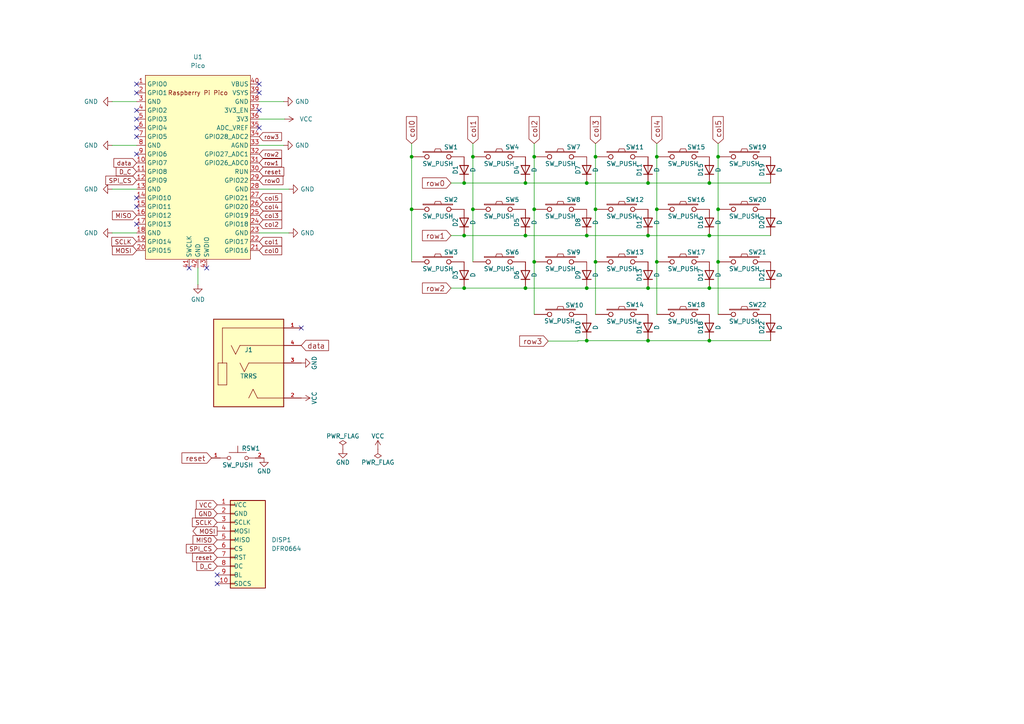
<source format=kicad_sch>
(kicad_sch (version 20250114) (generator "eeschema") (generator_version "9.0")
  (paper "A4")
  (title_block (title "Sandevistan43") (date "2025-06-10") (rev "0.2") (company "islathehut") (comment 1 "Left Side"))
  (lib_symbols
    (symbol "Device:D" (pin_numbers (hide yes)) (pin_names (offset 1.016) (hide yes))
      (property "Reference" "D" (at 0 2.54 0))
      (property "Value" "D" (at 0 -2.54 0))
      (symbol "D_0_1"
        (polyline (pts (xy -1.27 1.27) (xy -1.27 -1.27)) (stroke (width 0.254)))
        (polyline (pts (xy 1.27 1.27) (xy 1.27 -1.27) (xy -1.27 0) (xy 1.27 1.27)) (stroke (width 0.254)))
        (polyline (pts (xy 1.27 0) (xy -1.27 0)))
      )
      (symbol "D_1_1"
        (pin passive line (at -3.81 0 0) (length 2.54) (name "K") (number "1"))
        (pin passive line (at 3.81 0 180) (length 2.54) (name "A") (number "2"))
      )
    )
    (symbol "GND_1" (power) (pin_numbers (hide yes)) (pin_names (offset 0) (hide yes))
      (property "Value" "GND" (at 0 -3.81 0))
      (symbol "GND_1_0_1"
        (polyline (pts (xy 0 0) (xy 0 -1.27) (xy 1.27 -1.27) (xy 0 -2.54) (xy -1.27 -1.27) (xy 0 -1.27)))
      )
      (symbol "GND_1_1_1"
        (pin power_in line (at 0 0 270) (length 0) (name "~") (number "1"))
      )
    )
    (symbol "MCU_RaspberryPi_and_Boards:Pico"
      (property "Reference" "U" (at -13.97 27.94 0))
      (property "Value" "Pico" (at 0 19.05 0))
      (symbol "Pico_0_0"
        (text "Raspberry Pi Pico" (at 0 21.59 0) (effects (font (size 1.27 1.27))))
      )
      (symbol "Pico_0_1"
        (rectangle (start -15.24 26.67) (end 15.24 -26.67) (fill (type background)))
      )
      (symbol "Pico_1_1"
        (pin bidirectional line (at -17.78 24.13 0) (length 2.54) (name "GPIO0") (number "1"))
        (pin bidirectional line (at -17.78 21.59 0) (length 2.54) (name "GPIO1") (number "2"))
        (pin power_in line (at -17.78 19.05 0) (length 2.54) (name "GND") (number "3"))
        (pin bidirectional line (at -17.78 16.51 0) (length 2.54) (name "GPIO2") (number "4"))
        (pin bidirectional line (at -17.78 13.97 0) (length 2.54) (name "GPIO3") (number "5"))
        (pin bidirectional line (at -17.78 11.43 0) (length 2.54) (name "GPIO4") (number "6"))
        (pin bidirectional line (at -17.78 8.89 0) (length 2.54) (name "GPIO5") (number "7"))
        (pin power_in line (at -17.78 6.35 0) (length 2.54) (name "GND") (number "8"))
        (pin bidirectional line (at -17.78 3.81 0) (length 2.54) (name "GPIO6") (number "9"))
        (pin bidirectional line (at -17.78 1.27 0) (length 2.54) (name "GPIO7") (number "10"))
        (pin bidirectional line (at -17.78 -1.27 0) (length 2.54) (name "GPIO8") (number "11"))
        (pin bidirectional line (at -17.78 -3.81 0) (length 2.54) (name "GPIO9") (number "12"))
        (pin power_in line (at -17.78 -6.35 0) (length 2.54) (name "GND") (number "13"))
        (pin bidirectional line (at -17.78 -8.89 0) (length 2.54) (name "GPIO10") (number "14"))
        (pin bidirectional line (at -17.78 -11.43 0) (length 2.54) (name "GPIO11") (number "15"))
        (pin bidirectional line (at -17.78 -13.97 0) (length 2.54) (name "GPIO12") (number "16"))
        (pin bidirectional line (at -17.78 -16.51 0) (length 2.54) (name "GPIO13") (number "17"))
        (pin power_in line (at -17.78 -19.05 0) (length 2.54) (name "GND") (number "18"))
        (pin bidirectional line (at -17.78 -21.59 0) (length 2.54) (name "GPIO14") (number "19"))
        (pin bidirectional line (at -17.78 -24.13 0) (length 2.54) (name "GPIO15") (number "20"))
        (pin input line (at -2.54 -29.21 90) (length 2.54) (name "SWCLK") (number "41"))
        (pin power_in line (at 0 -29.21 90) (length 2.54) (name "GND") (number "42"))
        (pin bidirectional line (at 2.54 -29.21 90) (length 2.54) (name "SWDIO") (number "43"))
        (pin power_in line (at 17.78 24.13 180) (length 2.54) (name "VBUS") (number "40"))
        (pin power_in line (at 17.78 21.59 180) (length 2.54) (name "VSYS") (number "39"))
        (pin bidirectional line (at 17.78 19.05 180) (length 2.54) (name "GND") (number "38"))
        (pin input line (at 17.78 16.51 180) (length 2.54) (name "3V3_EN") (number "37"))
        (pin power_in line (at 17.78 13.97 180) (length 2.54) (name "3V3") (number "36"))
        (pin power_in line (at 17.78 11.43 180) (length 2.54) (name "ADC_VREF") (number "35"))
        (pin bidirectional line (at 17.78 8.89 180) (length 2.54) (name "GPIO28_ADC2") (number "34"))
        (pin power_in line (at 17.78 6.35 180) (length 2.54) (name "AGND") (number "33"))
        (pin bidirectional line (at 17.78 3.81 180) (length 2.54) (name "GPIO27_ADC1") (number "32"))
        (pin bidirectional line (at 17.78 1.27 180) (length 2.54) (name "GPIO26_ADC0") (number "31"))
        (pin input line (at 17.78 -1.27 180) (length 2.54) (name "RUN") (number "30"))
        (pin bidirectional line (at 17.78 -3.81 180) (length 2.54) (name "GPIO22") (number "29"))
        (pin power_in line (at 17.78 -6.35 180) (length 2.54) (name "GND") (number "28"))
        (pin bidirectional line (at 17.78 -8.89 180) (length 2.54) (name "GPIO21") (number "27"))
        (pin bidirectional line (at 17.78 -11.43 180) (length 2.54) (name "GPIO20") (number "26"))
        (pin bidirectional line (at 17.78 -13.97 180) (length 2.54) (name "GPIO19") (number "25"))
        (pin bidirectional line (at 17.78 -16.51 180) (length 2.54) (name "GPIO18") (number "24"))
        (pin power_in line (at 17.78 -19.05 180) (length 2.54) (name "GND") (number "23"))
        (pin bidirectional line (at 17.78 -21.59 180) (length 2.54) (name "GPIO17") (number "22"))
        (pin bidirectional line (at 17.78 -24.13 180) (length 2.54) (name "GPIO16") (number "21"))
      )
    )
    (symbol "SJ2-35954A-SMT-TR:SJ2-35954A-SMT-TR" (pin_names (offset 1.016))
      (property "Reference" "J" (at -10.1741 15.2612 0))
      (property "Value" "SJ2-35954A-SMT-TR" (at -10.1738 -17.8041 0))
      (symbol "SJ2-35954A-SMT-TR_0_0"
        (rectangle (start -10.16 -12.7) (end 10.16 12.7) (stroke (width 0.254)) (fill (type background)))
        (polyline (pts (xy -8.89 0) (xy -7.62 0)) (stroke (width 0.1524)))
        (polyline (pts (xy -8.89 -6.35) (xy -8.89 0)) (stroke (width 0.1524)))
        (polyline (pts (xy -7.62 10.16) (xy -7.62 0)) (stroke (width 0.1524)))
        (polyline (pts (xy -7.62 0) (xy -6.35 0)) (stroke (width 0.1524)))
        (polyline (pts (xy -6.35 0) (xy -6.35 -6.35)) (stroke (width 0.1524)))
        (polyline (pts (xy -6.35 -6.35) (xy -8.89 -6.35)) (stroke (width 0.1524)))
        (polyline (pts (xy -3.81 2.54) (xy -5.08 5.08)) (stroke (width 0.1524)))
        (polyline (pts (xy -2.54 5.08) (xy -3.81 2.54)) (stroke (width 0.1524)))
        (polyline (pts (xy -1.27 -2.54) (xy -2.54 0)) (stroke (width 0.1524)))
        (polyline (pts (xy 0 0) (xy -1.27 -2.54)) (stroke (width 0.1524)))
        (polyline (pts (xy 1.27 -7.62) (xy 0 -10.16)) (stroke (width 0.1524)))
        (polyline (pts (xy 2.54 -10.16) (xy 1.27 -7.62)) (stroke (width 0.1524)))
        (polyline (pts (xy 10.16 10.16) (xy -7.62 10.16)) (stroke (width 0.1524)))
        (polyline (pts (xy 10.16 5.08) (xy -2.54 5.08)) (stroke (width 0.1524)))
        (polyline (pts (xy 10.16 0) (xy 0 0)) (stroke (width 0.1524)))
        (polyline (pts (xy 10.16 -10.16) (xy 2.54 -10.16)) (stroke (width 0.1524)))
        (pin passive line (at 15.24 10.16 180) (length 5.08) (name "~") (number "1"))
        (pin passive line (at 15.24 5.08 180) (length 5.08) (name "~") (number "4"))
        (pin passive line (at 15.24 0 180) (length 5.08) (name "~") (number "3"))
        (pin passive line (at 15.24 -10.16 180) (length 5.08) (name "~") (number "2"))
      )
    )
    (symbol "SW_PUSH_1" (pin_numbers (hide yes)) (pin_names (offset 1.016) (hide yes))
      (property "Reference" "SW" (at 3.81 2.794 0))
      (property "Value" "SW_PUSH" (at 0 -2.032 0))
      (symbol "SW_PUSH_1_0_1"
        (rectangle (start -4.318 1.27) (end 4.318 1.524))
        (polyline (pts (xy -1.016 1.524) (xy -0.762 2.286) (xy 0.762 2.286) (xy 1.016 1.524)))
        (pin passive inverted (at -7.62 0 0) (length 5.08) (name "1") (number "1"))
        (pin passive inverted (at 7.62 0 180) (length 5.08) (name "2") (number "2"))
      )
    )
    (symbol "TL6340AF160Q:TL6340AF160Q" (pin_names (offset 1.016))
      (property "Reference" "S" (at -7.62 5.08 0))
      (property "Value" "TL6340AF160Q" (at -7.62 -5.08 0))
      (symbol "TL6340AF160Q_0_0"
        (polyline (pts (xy -5.08 0) (xy -3.048 0)) (stroke (width 0.1524)))
        (polyline (pts (xy -2.54 1.5875) (xy 2.54 1.5875)) (stroke (width 0.1524)))
        (circle (center -2.54 0) (radius 0.508) (stroke (width 0.1524)))
        (polyline (pts (xy 0 1.5875) (xy 0 3.4925)) (stroke (width 0.1524)))
        (circle (center 2.54 0) (radius 0.508) (stroke (width 0.1524)))
        (polyline (pts (xy 5.08 0) (xy 3.048 0)) (stroke (width 0.1524)))
        (pin passive line (at -7.62 0 0) (length 2.54) (name "~") (number "1"))
        (pin passive line (at 7.62 0 180) (length 2.54) (name "~") (number "2"))
      )
    )
    (symbol "VCC_1" (power) (pin_numbers (hide yes)) (pin_names (offset 0) (hide yes))
      (property "Value" "VCC" (at 0 3.556 0))
      (symbol "VCC_1_0_1"
        (polyline (pts (xy -0.762 1.27) (xy 0 2.54)))
        (polyline (pts (xy 0 2.54) (xy 0.762 1.27)))
        (polyline (pts (xy 0 0) (xy 0 2.54)))
      )
      (symbol "VCC_1_1_1"
        (pin power_in line (at 0 0 90) (length 0) (name "~") (number "1"))
      )
    )
    (symbol "kbd:SW_PUSH" (pin_numbers (hide yes)) (pin_names (offset 1.016) (hide yes))
      (property "Reference" "SW" (at 3.81 2.794 0))
      (property "Value" "SW_PUSH" (at 0 -2.032 0))
      (symbol "SW_PUSH_0_1"
        (rectangle (start -4.318 1.27) (end 4.318 1.524))
        (polyline (pts (xy -1.016 1.524) (xy -0.762 2.286) (xy 0.762 2.286) (xy 1.016 1.524)))
        (pin passive inverted (at -7.62 0 0) (length 5.08) (name "1") (number "1"))
        (pin passive inverted (at 7.62 0 180) (length 5.08) (name "2") (number "2"))
      )
    )
    (symbol "power:GND" (power) (pin_names (offset 0))
      (property "Value" "GND" (at 0 -3.81 0))
      (symbol "GND_0_1"
        (polyline (pts (xy 0 0) (xy 0 -1.27) (xy 1.27 -1.27) (xy 0 -2.54) (xy -1.27 -1.27) (xy 0 -1.27)))
      )
      (symbol "GND_1_1"
        (pin power_in line (at 0 0 270) (length 0) (hide yes) (name "GND") (number "1"))
      )
    )
    (symbol "power:PWR_FLAG" (power) (pin_numbers (hide yes)) (pin_names (offset 0) (hide yes))
      (property "Value" "PWR_FLAG" (at 0 3.81 0))
      (symbol "PWR_FLAG_0_0"
        (pin power_out line (at 0 0 90) (length 0) (name "pwr") (number "1"))
      )
      (symbol "PWR_FLAG_0_1"
        (polyline (pts (xy 0 0) (xy 0 1.27) (xy -1.016 1.905) (xy 0 2.54) (xy 1.016 1.905) (xy 0 1.27)))
      )
    )
    (symbol "power:VCC" (power) (pin_names (offset 0))
      (property "Value" "VCC" (at 0 3.81 0))
      (symbol "VCC_0_1"
        (polyline (pts (xy -0.762 1.27) (xy 0 2.54)))
        (polyline (pts (xy 0 2.54) (xy 0.762 1.27)))
        (polyline (pts (xy 0 0) (xy 0 2.54)))
      )
      (symbol "VCC_1_1"
        (pin power_in line (at 0 0 90) (length 0) (hide yes) (name "VCC") (number "1"))
      )
    )
    (symbol "sandevistan43:DFR0664" (pin_names (offset 1.016))
      (property "Reference" "DISP" (at 0 12.7 0))
      (property "Value" "DFR0664" (at 0 -15.24 0))
      (symbol "DFR0664_1_1"
        (rectangle (start -1.27 11.43) (end 8.89 -13.97) (stroke (width 0.254)) (fill (type background)))
        (rectangle (start -1.27 10.287) (end 0 10.033) (stroke (width 0.1524)))
        (rectangle (start -1.27 7.747) (end 0 7.493) (stroke (width 0.1524)))
        (rectangle (start -1.27 5.207) (end 0 4.953) (stroke (width 0.1524)))
        (rectangle (start -1.27 2.667) (end 0 2.413) (stroke (width 0.1524)))
        (rectangle (start -1.27 0.127) (end 0 -0.127) (stroke (width 0.1524)))
        (rectangle (start -1.27 -2.413) (end 0 -2.667) (stroke (width 0.1524)))
        (rectangle (start -1.27 -4.953) (end 0 -5.207) (stroke (width 0.1524)))
        (rectangle (start -1.27 -7.493) (end 0 -7.747) (stroke (width 0.1524)))
        (rectangle (start -1.27 -10.033) (end 0 -10.287) (stroke (width 0.1524)))
        (rectangle (start -1.27 -12.573) (end 0 -12.827) (stroke (width 0.1524)))
        (pin power_in line (at -5.08 10.16 0) (length 3.81) (name "VCC") (number "1"))
        (pin power_out line (at -5.08 7.62 0) (length 3.81) (name "GND") (number "2"))
        (pin input line (at -5.08 5.08 0) (length 3.81) (name "SCLK") (number "3"))
        (pin output line (at -5.08 2.54 0) (length 3.81) (name "MOSI") (number "4"))
        (pin input line (at -5.08 0 0) (length 3.81) (name "MISO") (number "5"))
        (pin input line (at -5.08 -2.54 0) (length 3.81) (name "CS") (number "6"))
        (pin input line (at -5.08 -5.08 0) (length 3.81) (name "RST") (number "7"))
        (pin input line (at -5.08 -7.62 0) (length 3.81) (name "DC") (number "8"))
        (pin input line (at -5.08 -10.16 0) (length 3.81) (name "BL") (number "9"))
        (pin input line (at -5.08 -12.7 0) (length 3.81) (name "SDCS") (number "10"))
      )
    )
  )
  (junction (at 170.18 53.086))
  (junction (at 154.94 60.706))
  (junction (at 187.96 83.566))
  (junction (at 190.5 75.946))
  (junction (at 205.74 68.326))
  (junction (at 205.74 53.086))
  (junction (at 154.94 75.946))
  (junction (at 170.18 83.566))
  (junction (at 205.74 83.566))
  (junction (at 137.16 60.706))
  (junction (at 187.96 53.086))
  (junction (at 208.28 45.466))
  (junction (at 134.62 83.566))
  (junction (at 187.96 98.806))
  (junction (at 187.96 68.326))
  (junction (at 172.72 60.706))
  (junction (at 172.72 45.466))
  (junction (at 134.62 68.326))
  (junction (at 134.62 53.086))
  (junction (at 172.72 75.946))
  (junction (at 190.5 45.466))
  (junction (at 208.28 60.706))
  (junction (at 137.16 45.466))
  (junction (at 154.94 45.466))
  (junction (at 119.38 60.706))
  (junction (at 205.74 98.806))
  (junction (at 152.4 68.326))
  (junction (at 119.38 45.466))
  (junction (at 170.18 98.806))
  (junction (at 170.18 68.326))
  (junction (at 190.5 60.706))
  (junction (at 152.4 83.566))
  (junction (at 208.28 75.946))
  (junction (at 152.4 53.086))
  (no_connect (at 62.992 169.291))
  (no_connect (at 87.376 95.123))
  (no_connect (at 39.624 37.084))
  (no_connect (at 39.624 65.024))
  (no_connect (at 75.184 24.384))
  (no_connect (at 75.184 32.004))
  (no_connect (at 75.184 37.084))
  (no_connect (at 39.624 34.544))
  (no_connect (at 54.864 77.724))
  (no_connect (at 39.624 44.704))
  (no_connect (at 75.184 26.924))
  (no_connect (at 62.992 166.751))
  (no_connect (at 59.944 77.724))
  (no_connect (at 39.624 24.384))
  (no_connect (at 39.624 39.624))
  (no_connect (at 39.624 32.004))
  (no_connect (at 39.624 57.404))
  (no_connect (at 39.624 59.944))
  (no_connect (at 39.624 26.924))
  (wire (pts (xy 119.38 41.656) (xy 119.38 45.466)))
  (wire (pts (xy 134.62 53.086) (xy 152.4 53.086)))
  (wire (pts (xy 205.74 68.326) (xy 223.52 68.326)))
  (wire (pts (xy 119.38 45.466) (xy 119.38 60.706)))
  (wire (pts (xy 190.5 75.946) (xy 190.5 91.186)))
  (wire (pts (xy 190.5 45.466) (xy 190.5 60.706)))
  (wire (pts (xy 205.74 98.806) (xy 223.52 98.806)))
  (wire (pts (xy 170.18 98.806) (xy 187.96 98.806)))
  (wire (pts (xy 152.4 83.566) (xy 170.18 83.566)))
  (wire (pts (xy 134.62 83.566) (xy 152.4 83.566)))
  (wire (pts (xy 172.72 75.946) (xy 172.72 91.186)))
  (wire (pts (xy 154.94 45.466) (xy 154.94 60.706)))
  (wire (pts (xy 130.81 53.086) (xy 134.62 53.086)))
  (wire (pts (xy 205.74 83.566) (xy 223.52 83.566)))
  (wire (pts (xy 152.4 68.326) (xy 170.18 68.326)))
  (wire (pts (xy 208.28 60.706) (xy 208.28 75.946)))
  (wire (pts (xy 32.512 54.864) (xy 39.624 54.864)))
  (wire (pts (xy 119.38 60.706) (xy 119.38 75.946)))
  (wire (pts (xy 172.72 41.656) (xy 172.72 45.466)))
  (wire (pts (xy 82.55 34.544) (xy 75.184 34.544)))
  (wire (pts (xy 57.404 82.55) (xy 57.404 77.724)))
  (wire (pts (xy 159.004 98.933) (xy 167.64 98.933)))
  (wire (pts (xy 137.16 60.706) (xy 137.16 75.946)))
  (wire (pts (xy 152.4 53.086) (xy 170.18 53.086)))
  (wire (pts (xy 187.96 53.086) (xy 205.74 53.086)))
  (wire (pts (xy 32.512 29.464) (xy 39.624 29.464)))
  (wire (pts (xy 32.512 67.564) (xy 39.624 67.564)))
  (wire (pts (xy 167.64 98.806) (xy 170.18 98.806)))
  (wire (pts (xy 187.96 98.806) (xy 205.74 98.806)))
  (wire (pts (xy 83.82 54.864) (xy 75.184 54.864)))
  (wire (pts (xy 82.296 42.164) (xy 75.184 42.164)))
  (wire (pts (xy 205.74 53.086) (xy 223.52 53.086)))
  (wire (pts (xy 172.72 45.466) (xy 172.72 60.706)))
  (wire (pts (xy 134.62 68.326) (xy 152.4 68.326)))
  (wire (pts (xy 154.94 60.706) (xy 154.94 75.946)))
  (wire (pts (xy 137.16 45.466) (xy 137.16 60.706)))
  (wire (pts (xy 83.82 67.564) (xy 75.184 67.564)))
  (wire (pts (xy 32.512 42.164) (xy 39.624 42.164)))
  (wire (pts (xy 137.16 41.656) (xy 137.16 45.466)))
  (wire (pts (xy 167.64 98.933) (xy 167.64 98.806)))
  (wire (pts (xy 170.18 53.086) (xy 187.96 53.086)))
  (wire (pts (xy 172.72 60.706) (xy 172.72 75.946)))
  (wire (pts (xy 190.5 41.656) (xy 190.5 45.466)))
  (wire (pts (xy 130.81 83.566) (xy 134.62 83.566)))
  (wire (pts (xy 187.96 83.566) (xy 205.74 83.566)))
  (wire (pts (xy 170.18 83.566) (xy 187.96 83.566)))
  (wire (pts (xy 130.81 68.326) (xy 134.62 68.326)))
  (wire (pts (xy 82.296 29.464) (xy 75.184 29.464)))
  (wire (pts (xy 154.94 41.656) (xy 154.94 45.466)))
  (wire (pts (xy 208.28 45.466) (xy 208.28 60.706)))
  (wire (pts (xy 190.5 60.706) (xy 190.5 75.946)))
  (wire (pts (xy 154.94 75.946) (xy 154.94 91.186)))
  (wire (pts (xy 170.18 68.326) (xy 187.96 68.326)))
  (wire (pts (xy 187.96 68.326) (xy 205.74 68.326)))
  (wire (pts (xy 208.28 75.946) (xy 208.28 91.186)))
  (wire (pts (xy 208.28 41.656) (xy 208.28 45.466)))
  (global_label "col0" (shape input) (at 119.38 41.656 90) (effects (font (size 1.524 1.524))) (property "Intersheetrefs" "${INTERSHEET_REFS}" (effects (hide yes))))
  (global_label "SPI_CS" (shape input) (at 62.992 159.131 180) (property "Intersheetrefs" "${INTERSHEET_REFS}" (effects (hide yes))))
  (global_label "row3" (shape input) (at 75.184 39.624 0) (effects (font (size 1.1938 1.1938))) (property "Intersheetrefs" "${INTERSHEET_REFS}" (effects (hide yes))))
  (global_label "reset" (shape input) (at 61.341 132.842 180) (effects (font (size 1.524 1.524))) (property "Intersheetrefs" "${INTERSHEET_REFS}" (effects (hide yes))))
  (global_label "col1" (shape input) (at 137.16 41.656 90) (effects (font (size 1.524 1.524))) (property "Intersheetrefs" "${INTERSHEET_REFS}" (effects (hide yes))))
  (global_label "row0" (shape input) (at 130.81 53.086 180) (effects (font (size 1.524 1.524))) (property "Intersheetrefs" "${INTERSHEET_REFS}" (effects (hide yes))))
  (global_label "data" (shape input) (at 39.624 47.244 180) (property "Intersheetrefs" "${INTERSHEET_REFS}" (effects (hide yes))))
  (global_label "row1" (shape input) (at 75.184 47.244 0) (effects (font (size 1.1938 1.1938))) (property "Intersheetrefs" "${INTERSHEET_REFS}" (effects (hide yes))))
  (global_label "col0" (shape input) (at 75.184 72.644 0) (property "Intersheetrefs" "${INTERSHEET_REFS}" (effects (hide yes))))
  (global_label "col5" (shape input) (at 75.184 57.404 0) (property "Intersheetrefs" "${INTERSHEET_REFS}" (effects (hide yes))))
  (global_label "row2" (shape input) (at 130.81 83.566 180) (effects (font (size 1.524 1.524))) (property "Intersheetrefs" "${INTERSHEET_REFS}" (effects (hide yes))))
  (global_label "col4" (shape input) (at 75.184 59.944 0) (property "Intersheetrefs" "${INTERSHEET_REFS}" (effects (hide yes))))
  (global_label "VCC" (shape input) (at 62.992 146.431 180) (property "Intersheetrefs" "${INTERSHEET_REFS}" (effects (hide yes))))
  (global_label "reset" (shape input) (at 62.992 161.671 180) (property "Intersheetrefs" "${INTERSHEET_REFS}" (effects (hide yes))))
  (global_label "MISO" (shape input) (at 62.992 156.591 180) (property "Intersheetrefs" "${INTERSHEET_REFS}" (effects (hide yes))))
  (global_label "MISO" (shape input) (at 39.624 62.484 180) (property "Intersheetrefs" "${INTERSHEET_REFS}" (effects (hide yes))))
  (global_label "row1" (shape input) (at 130.81 68.326 180) (effects (font (size 1.524 1.524))) (property "Intersheetrefs" "${INTERSHEET_REFS}" (effects (hide yes))))
  (global_label "col2" (shape input) (at 154.94 41.656 90) (effects (font (size 1.524 1.524))) (property "Intersheetrefs" "${INTERSHEET_REFS}" (effects (hide yes))))
  (global_label "col5" (shape input) (at 208.28 41.656 90) (effects (font (size 1.524 1.524))) (property "Intersheetrefs" "${INTERSHEET_REFS}" (effects (hide yes))))
  (global_label "SCLK" (shape input) (at 39.624 70.104 180) (property "Intersheetrefs" "${INTERSHEET_REFS}" (effects (hide yes))))
  (global_label "D_C" (shape input) (at 62.992 164.211 180) (property "Intersheetrefs" "${INTERSHEET_REFS}" (effects (hide yes))))
  (global_label "row3" (shape input) (at 159.004 98.933 180) (effects (font (size 1.524 1.524))) (property "Intersheetrefs" "${INTERSHEET_REFS}" (effects (hide yes))))
  (global_label "col4" (shape input) (at 190.5 41.656 90) (effects (font (size 1.524 1.524))) (property "Intersheetrefs" "${INTERSHEET_REFS}" (effects (hide yes))))
  (global_label "GND" (shape input) (at 62.992 148.971 180) (property "Intersheetrefs" "${INTERSHEET_REFS}" (effects (hide yes))))
  (global_label "D_C" (shape input) (at 39.624 49.784 180) (property "Intersheetrefs" "${INTERSHEET_REFS}" (effects (hide yes))))
  (global_label "col2" (shape input) (at 75.184 65.024 0) (property "Intersheetrefs" "${INTERSHEET_REFS}" (effects (hide yes))))
  (global_label "row0" (shape input) (at 75.184 52.324 0) (property "Intersheetrefs" "${INTERSHEET_REFS}" (effects (hide yes))))
  (global_label "col1" (shape input) (at 75.184 70.104 0) (property "Intersheetrefs" "${INTERSHEET_REFS}" (effects (hide yes))))
  (global_label "reset" (shape input) (at 75.184 49.784 0) (property "Intersheetrefs" "${INTERSHEET_REFS}" (effects (hide yes))))
  (global_label "MOSI" (shape input) (at 39.624 72.644 180) (property "Intersheetrefs" "${INTERSHEET_REFS}" (effects (hide yes))))
  (global_label "row2" (shape input) (at 75.184 44.704 0) (effects (font (size 1.1938 1.1938))) (property "Intersheetrefs" "${INTERSHEET_REFS}" (effects (hide yes))))
  (global_label "col3" (shape input) (at 75.184 62.484 0) (property "Intersheetrefs" "${INTERSHEET_REFS}" (effects (hide yes))))
  (global_label "SPI_CS" (shape input) (at 39.624 52.324 180) (property "Intersheetrefs" "${INTERSHEET_REFS}" (effects (hide yes))))
  (global_label "col3" (shape input) (at 172.72 41.656 90) (effects (font (size 1.524 1.524))) (property "Intersheetrefs" "${INTERSHEET_REFS}" (effects (hide yes))))
  (global_label "SCLK" (shape input) (at 62.992 151.511 180) (property "Intersheetrefs" "${INTERSHEET_REFS}" (effects (hide yes))))
  (global_label "data" (shape input) (at 87.376 100.203 0) (effects (font (size 1.524 1.524))) (property "Intersheetrefs" "${INTERSHEET_REFS}" (effects (hide yes))))
  (global_label "MOSI" (shape output) (at 62.992 154.051 180) (property "Intersheetrefs" "${INTERSHEET_REFS}" (effects (hide yes))))
  (symbol (lib_id "kbd:SW_PUSH") (at 144.78 45.466 0) (unit 1)
    (property "Reference" "SW4" (at 148.59 42.672 0))
    (property "Value" "SW_PUSH" (at 144.78 47.498 0))
    (property "Footprint" "Library:Universal Switch Footprint (1u)" (effects (hide yes)))
  )
  (symbol (lib_id "Device:D") (at 152.4 49.276 90) (unit 1)
    (property "Reference" "D4" (at 149.86 49.276 0))
    (property "Value" "D" (at 154.94 49.276 0))
    (property "Footprint" "Library:TH 1N4148 Diode (long)" (effects (hide yes)))
    (property "Description" "Diode" (effects (hide yes)))
    (property "Sim.Device" "D" (effects (hide yes)))
    (property "Sim.Pins" "1=K 2=A" (effects (hide yes)))
  )
  (symbol (lib_id "kbd:SW_PUSH") (at 162.56 45.466 0) (unit 1)
    (property "Reference" "SW7" (at 166.37 42.672 0))
    (property "Value" "SW_PUSH" (at 162.56 47.498 0))
    (property "Footprint" "Library:Universal Switch Footprint (1u)" (effects (hide yes)))
  )
  (symbol (lib_id "Device:D") (at 170.18 49.276 90) (unit 1)
    (property "Reference" "D7" (at 167.64 49.276 0))
    (property "Value" "D" (at 172.72 49.276 0))
    (property "Footprint" "Library:TH 1N4148 Diode (long)" (effects (hide yes)))
    (property "Description" "Diode" (effects (hide yes)))
    (property "Sim.Device" "D" (effects (hide yes)))
    (property "Sim.Pins" "1=K 2=A" (effects (hide yes)))
  )
  (symbol (lib_id "kbd:SW_PUSH") (at 180.34 45.466 0) (unit 1)
    (property "Reference" "SW11" (at 184.15 42.672 0))
    (property "Value" "SW_PUSH" (at 180.34 47.498 0))
    (property "Footprint" "Library:Universal Switch Footprint (1u)" (effects (hide yes)))
  )
  (symbol (lib_id "kbd:SW_PUSH") (at 198.12 45.466 0) (unit 1)
    (property "Reference" "SW15" (at 201.93 42.672 0))
    (property "Value" "SW_PUSH" (at 198.12 47.498 0))
    (property "Footprint" "Library:Universal Switch Footprint (1u)" (effects (hide yes)))
  )
  (symbol (lib_id "kbd:SW_PUSH") (at 215.9 45.466 0) (unit 1)
    (property "Reference" "SW19" (at 219.71 42.672 0))
    (property "Value" "SW_PUSH" (at 215.9 47.498 0))
    (property "Footprint" "Library:Universal Switch Footprint (1u)" (effects (hide yes)))
  )
  (symbol (lib_id "Device:D") (at 187.96 49.276 90) (unit 1)
    (property "Reference" "D11" (at 185.42 49.276 0))
    (property "Value" "D" (at 190.5 49.276 0))
    (property "Footprint" "Library:TH 1N4148 Diode (long)" (effects (hide yes)))
    (property "Description" "Diode" (effects (hide yes)))
    (property "Sim.Device" "D" (effects (hide yes)))
    (property "Sim.Pins" "1=K 2=A" (effects (hide yes)))
  )
  (symbol (lib_id "Device:D") (at 205.74 49.276 90) (unit 1)
    (property "Reference" "D15" (at 203.2 49.276 0))
    (property "Value" "D" (at 208.28 49.276 0))
    (property "Footprint" "Library:TH 1N4148 Diode (long)" (effects (hide yes)))
    (property "Description" "Diode" (effects (hide yes)))
    (property "Sim.Device" "D" (effects (hide yes)))
    (property "Sim.Pins" "1=K 2=A" (effects (hide yes)))
  )
  (symbol (lib_id "Device:D") (at 223.52 49.276 90) (unit 1)
    (property "Reference" "D19" (at 220.98 49.276 0))
    (property "Value" "D" (at 226.06 49.276 0))
    (property "Footprint" "Library:TH 1N4148 Diode (long)" (effects (hide yes)))
    (property "Description" "Diode" (effects (hide yes)))
    (property "Sim.Device" "D" (effects (hide yes)))
    (property "Sim.Pins" "1=K 2=A" (effects (hide yes)))
  )
  (symbol (lib_id "kbd:SW_PUSH") (at 127 45.466 0) (unit 1)
    (property "Reference" "SW1" (at 130.81 42.672 0))
    (property "Value" "SW_PUSH" (at 127 47.498 0))
    (property "Footprint" "Library:Universal Switch Footprint (1u)" (effects (hide yes)))
  )
  (symbol (lib_id "Device:D") (at 134.62 49.276 90) (unit 1)
    (property "Reference" "D1" (at 132.08 49.276 0))
    (property "Value" "D" (at 137.16 49.276 0))
    (property "Footprint" "Library:TH 1N4148 Diode (long)" (effects (hide yes)))
    (property "Description" "Diode" (effects (hide yes)))
    (property "Sim.Device" "D" (effects (hide yes)))
    (property "Sim.Pins" "1=K 2=A" (effects (hide yes)))
  )
  (symbol (lib_id "kbd:SW_PUSH") (at 144.78 60.706 0) (unit 1)
    (property "Reference" "SW5" (at 148.59 57.912 0))
    (property "Value" "SW_PUSH" (at 144.78 62.738 0))
    (property "Footprint" "Library:Universal Switch Footprint (1u)" (effects (hide yes)))
  )
  (symbol (lib_id "Device:D") (at 152.4 64.516 90) (unit 1)
    (property "Reference" "D5" (at 149.86 64.516 0))
    (property "Value" "D" (at 154.94 64.516 0))
    (property "Footprint" "Library:TH 1N4148 Diode (long)" (effects (hide yes)))
    (property "Description" "Diode" (effects (hide yes)))
    (property "Sim.Device" "D" (effects (hide yes)))
    (property "Sim.Pins" "1=K 2=A" (effects (hide yes)))
  )
  (symbol (lib_id "kbd:SW_PUSH") (at 162.56 60.706 0) (unit 1)
    (property "Reference" "SW8" (at 166.37 57.912 0))
    (property "Value" "SW_PUSH" (at 162.56 62.738 0))
    (property "Footprint" "Library:Universal Switch Footprint (1u)" (effects (hide yes)))
  )
  (symbol (lib_id "Device:D") (at 170.18 64.516 90) (unit 1)
    (property "Reference" "D8" (at 167.64 64.516 0))
    (property "Value" "D" (at 172.72 64.516 0))
    (property "Footprint" "Library:TH 1N4148 Diode (long)" (effects (hide yes)))
    (property "Description" "Diode" (effects (hide yes)))
    (property "Sim.Device" "D" (effects (hide yes)))
    (property "Sim.Pins" "1=K 2=A" (effects (hide yes)))
  )
  (symbol (lib_id "kbd:SW_PUSH") (at 180.34 60.706 0) (unit 1)
    (property "Reference" "SW12" (at 184.15 57.912 0))
    (property "Value" "SW_PUSH" (at 180.34 62.738 0))
    (property "Footprint" "Library:Universal Switch Footprint (1u)" (effects (hide yes)))
  )
  (symbol (lib_id "kbd:SW_PUSH") (at 198.12 60.706 0) (unit 1)
    (property "Reference" "SW16" (at 201.93 57.912 0))
    (property "Value" "SW_PUSH" (at 198.12 62.738 0))
    (property "Footprint" "Library:Universal Switch Footprint (1u)" (effects (hide yes)))
  )
  (symbol (lib_id "kbd:SW_PUSH") (at 215.9 60.706 0) (unit 1)
    (property "Reference" "SW20" (at 219.71 57.912 0))
    (property "Value" "SW_PUSH" (at 215.9 62.738 0))
    (property "Footprint" "Library:Universal Switch Footprint (1u)" (effects (hide yes)))
  )
  (symbol (lib_id "Device:D") (at 187.96 64.516 90) (unit 1)
    (property "Reference" "D12" (at 185.42 64.516 0))
    (property "Value" "D" (at 190.5 64.516 0))
    (property "Footprint" "Library:TH 1N4148 Diode (long)" (effects (hide yes)))
    (property "Description" "Diode" (effects (hide yes)))
    (property "Sim.Device" "D" (effects (hide yes)))
    (property "Sim.Pins" "1=K 2=A" (effects (hide yes)))
  )
  (symbol (lib_id "Device:D") (at 205.74 64.516 90) (unit 1)
    (property "Reference" "D16" (at 203.2 64.516 0))
    (property "Value" "D" (at 208.28 64.516 0))
    (property "Footprint" "Library:TH 1N4148 Diode (long)" (effects (hide yes)))
    (property "Description" "Diode" (effects (hide yes)))
    (property "Sim.Device" "D" (effects (hide yes)))
    (property "Sim.Pins" "1=K 2=A" (effects (hide yes)))
  )
  (symbol (lib_id "Device:D") (at 223.52 64.516 90) (unit 1)
    (property "Reference" "D20" (at 220.98 64.516 0))
    (property "Value" "D" (at 226.06 64.516 0))
    (property "Footprint" "Library:TH 1N4148 Diode (long)" (effects (hide yes)))
    (property "Description" "Diode" (effects (hide yes)))
    (property "Sim.Device" "D" (effects (hide yes)))
    (property "Sim.Pins" "1=K 2=A" (effects (hide yes)))
  )
  (symbol (lib_id "kbd:SW_PUSH") (at 127 60.706 0) (unit 1)
    (property "Reference" "SW2" (at 130.81 57.912 0))
    (property "Value" "SW_PUSH" (at 127 62.738 0))
    (property "Footprint" "Library:Universal Switch Footprint (1u)" (effects (hide yes)))
  )
  (symbol (lib_id "Device:D") (at 134.62 64.516 90) (unit 1)
    (property "Reference" "D2" (at 132.08 64.516 0))
    (property "Value" "D" (at 137.16 64.516 0))
    (property "Footprint" "Library:TH 1N4148 Diode (long)" (effects (hide yes)))
    (property "Description" "Diode" (effects (hide yes)))
    (property "Sim.Device" "D" (effects (hide yes)))
    (property "Sim.Pins" "1=K 2=A" (effects (hide yes)))
  )
  (symbol (lib_id "kbd:SW_PUSH") (at 144.78 75.946 0) (unit 1)
    (property "Reference" "SW6" (at 148.59 73.152 0))
    (property "Value" "SW_PUSH" (at 144.78 77.978 0))
    (property "Footprint" "Library:Universal Switch Footprint (1u)" (effects (hide yes)))
  )
  (symbol (lib_id "Device:D") (at 152.4 79.756 90) (unit 1)
    (property "Reference" "D6" (at 149.86 79.756 0))
    (property "Value" "D" (at 154.94 79.756 0))
    (property "Footprint" "Library:TH 1N4148 Diode (long)" (effects (hide yes)))
    (property "Description" "Diode" (effects (hide yes)))
    (property "Sim.Device" "D" (effects (hide yes)))
    (property "Sim.Pins" "1=K 2=A" (effects (hide yes)))
  )
  (symbol (lib_id "kbd:SW_PUSH") (at 162.56 75.946 0) (unit 1)
    (property "Reference" "SW9" (at 166.37 73.152 0))
    (property "Value" "SW_PUSH" (at 162.56 77.978 0))
    (property "Footprint" "Library:Universal Switch Footprint (1u)" (effects (hide yes)))
  )
  (symbol (lib_id "Device:D") (at 170.18 79.756 90) (unit 1)
    (property "Reference" "D9" (at 167.64 79.756 0))
    (property "Value" "D" (at 172.72 79.756 0))
    (property "Footprint" "Library:TH 1N4148 Diode (long)" (effects (hide yes)))
    (property "Description" "Diode" (effects (hide yes)))
    (property "Sim.Device" "D" (effects (hide yes)))
    (property "Sim.Pins" "1=K 2=A" (effects (hide yes)))
  )
  (symbol (lib_id "kbd:SW_PUSH") (at 180.34 75.946 0) (unit 1)
    (property "Reference" "SW13" (at 184.15 73.152 0))
    (property "Value" "SW_PUSH" (at 180.34 77.978 0))
    (property "Footprint" "Library:Universal Switch Footprint (1u)" (effects (hide yes)))
  )
  (symbol (lib_id "kbd:SW_PUSH") (at 198.12 75.946 0) (unit 1)
    (property "Reference" "SW17" (at 201.93 73.152 0))
    (property "Value" "SW_PUSH" (at 198.12 77.978 0))
    (property "Footprint" "Library:Universal Switch Footprint (1u)" (effects (hide yes)))
  )
  (symbol (lib_id "kbd:SW_PUSH") (at 215.9 75.946 0) (unit 1)
    (property "Reference" "SW21" (at 219.71 73.152 0))
    (property "Value" "SW_PUSH" (at 215.9 77.978 0))
    (property "Footprint" "Library:Universal Switch Footprint (1u)" (effects (hide yes)))
  )
  (symbol (lib_id "Device:D") (at 187.96 79.756 90) (unit 1)
    (property "Reference" "D13" (at 185.42 79.756 0))
    (property "Value" "D" (at 190.5 79.756 0))
    (property "Footprint" "Library:TH 1N4148 Diode (long)" (effects (hide yes)))
    (property "Description" "Diode" (effects (hide yes)))
    (property "Sim.Device" "D" (effects (hide yes)))
    (property "Sim.Pins" "1=K 2=A" (effects (hide yes)))
  )
  (symbol (lib_id "Device:D") (at 205.74 79.756 90) (unit 1)
    (property "Reference" "D17" (at 203.2 79.756 0))
    (property "Value" "D" (at 208.28 79.756 0))
    (property "Footprint" "Library:TH 1N4148 Diode (long)" (effects (hide yes)))
    (property "Description" "Diode" (effects (hide yes)))
    (property "Sim.Device" "D" (effects (hide yes)))
    (property "Sim.Pins" "1=K 2=A" (effects (hide yes)))
  )
  (symbol (lib_id "Device:D") (at 223.52 79.756 90) (unit 1)
    (property "Reference" "D21" (at 220.98 79.756 0))
    (property "Value" "D" (at 226.06 79.756 0))
    (property "Footprint" "Library:TH 1N4148 Diode (long)" (effects (hide yes)))
    (property "Description" "Diode" (effects (hide yes)))
    (property "Sim.Device" "D" (effects (hide yes)))
    (property "Sim.Pins" "1=K 2=A" (effects (hide yes)))
  )
  (symbol (lib_id "kbd:SW_PUSH") (at 127 75.946 0) (unit 1)
    (property "Reference" "SW3" (at 130.81 73.152 0))
    (property "Value" "SW_PUSH" (at 127 77.978 0))
    (property "Footprint" "Library:Universal Switch Footprint (1u)" (effects (hide yes)))
  )
  (symbol (lib_id "Device:D") (at 134.62 79.756 90) (unit 1)
    (property "Reference" "D3" (at 132.08 79.756 0))
    (property "Value" "D" (at 137.16 79.756 0))
    (property "Footprint" "Library:TH 1N4148 Diode (long)" (effects (hide yes)))
    (property "Description" "Diode" (effects (hide yes)))
    (property "Sim.Device" "D" (effects (hide yes)))
    (property "Sim.Pins" "1=K 2=A" (effects (hide yes)))
  )
  (symbol (lib_id "kbd:SW_PUSH") (at 198.12 91.186 0) (unit 1)
    (property "Reference" "SW18" (at 201.93 88.392 0))
    (property "Value" "SW_PUSH" (at 198.12 93.218 0))
    (property "Footprint" "Library:Universal Switch Footprint (1u)" (effects (hide yes)))
  )
  (symbol (lib_id "Device:D") (at 205.74 94.996 90) (unit 1)
    (property "Reference" "D18" (at 203.2 94.996 0))
    (property "Value" "D" (at 208.28 94.996 0))
    (property "Footprint" "Library:TH 1N4148 Diode (long)" (effects (hide yes)))
    (property "Description" "Diode" (effects (hide yes)))
    (property "Sim.Device" "D" (effects (hide yes)))
    (property "Sim.Pins" "1=K 2=A" (effects (hide yes)))
  )
  (symbol (lib_id "kbd:SW_PUSH") (at 215.9 91.186 0) (unit 1)
    (property "Reference" "SW22" (at 219.71 88.392 0))
    (property "Value" "SW_PUSH" (at 215.9 93.218 0))
    (property "Footprint" "Library:Universal Switch Footprint (1.5u)" (effects (hide yes)))
  )
  (symbol (lib_id "Device:D") (at 223.52 94.996 90) (unit 1)
    (property "Reference" "D22" (at 220.98 94.996 0))
    (property "Value" "D" (at 226.06 94.996 0))
    (property "Footprint" "Library:TH 1N4148 Diode (long)" (effects (hide yes)))
    (property "Description" "Diode" (effects (hide yes)))
    (property "Sim.Device" "D" (effects (hide yes)))
    (property "Sim.Pins" "1=K 2=A" (effects (hide yes)))
  )
  (symbol (lib_id "kbd:SW_PUSH") (at 180.34 91.186 0) (unit 1)
    (property "Reference" "SW14" (at 184.15 88.392 0))
    (property "Value" "SW_PUSH" (at 180.34 93.218 0))
    (property "Footprint" "Library:Universal Switch Footprint (1u)" (effects (hide yes)))
  )
  (symbol (lib_id "Device:D") (at 187.96 94.996 90) (unit 1)
    (property "Reference" "D14" (at 185.42 94.996 0))
    (property "Value" "D" (at 190.5 94.996 0))
    (property "Footprint" "Library:TH 1N4148 Diode (long)" (effects (hide yes)))
    (property "Description" "Diode" (effects (hide yes)))
    (property "Sim.Device" "D" (effects (hide yes)))
    (property "Sim.Pins" "1=K 2=A" (effects (hide yes)))
  )
  (symbol (lib_id "power:GND") (at 99.441 130.302 0) (unit 1)
    (property "Reference" "#PWR07" (effects (hide yes)))
    (property "Value" "GND" (at 99.441 134.112 0))
  )
  (symbol (lib_id "power:VCC") (at 109.601 130.302 0) (unit 1)
    (property "Reference" "#PWR08" (effects (hide yes)))
    (property "Value" "VCC" (at 109.601 126.492 0))
  )
  (symbol (lib_id "power:PWR_FLAG") (at 109.601 130.302 180) (unit 1)
    (property "Reference" "#FLG02" (effects (hide yes)))
    (property "Value" "PWR_FLAG" (at 109.601 134.112 0))
  )
  (symbol (lib_id "power:PWR_FLAG") (at 99.441 130.302 0) (unit 1)
    (property "Reference" "#FLG01" (effects (hide yes)))
    (property "Value" "PWR_FLAG" (at 99.441 126.492 0))
  )
  (symbol (lib_id "TL6340AF160Q:TL6340AF160Q") (at 68.961 132.842 0) (unit 1)
    (property "Reference" "RSW1" (at 72.771 130.048 0))
    (property "Value" "SW_PUSH" (at 68.961 134.874 0))
    (property "Footprint" "TL6340AF160Q:SW_TL6340AF160Q" (effects (hide yes)))
    (property "PARTREV" "10.23.2019" (effects (hide yes)))
    (property "STANDARD" "Manufacturer Recommendations" (effects (hide yes)))
    (property "SNAPEDA_PN" "TL6340AF160Q" (effects (hide yes)))
    (property "MAXIMUM_PACKAGE_HEIGHT" "1.55mm" (effects (hide yes)))
    (property "MANUFACTURER" "E-Swtich" (effects (hide yes)))
  )
  (symbol (lib_id "power:GND") (at 76.581 132.842 0) (unit 1)
    (property "Reference" "#PWR02" (effects (hide yes)))
    (property "Value" "GND" (at 76.581 136.652 0))
  )
  (symbol (lib_id "power:VCC") (at 87.376 115.443 270) (unit 1)
    (property "Reference" "#PWR03" (effects (hide yes)))
    (property "Value" "VCC" (at 91.186 115.443 0))
  )
  (symbol (lib_id "power:GND") (at 87.376 105.283 90) (unit 1)
    (property "Reference" "#PWR04" (effects (hide yes)))
    (property "Value" "GND" (at 91.186 105.283 0))
  )
  (symbol (lib_id "SJ2-35954A-SMT-TR:SJ2-35954A-SMT-TR") (at 72.136 105.283 0) (unit 1)
    (property "Reference" "J1" (at 72.136 101.473 0))
    (property "Value" "TRRS" (at 72.136 109.093 0))
    (property "Footprint" "SJ2 35954A SMT TR:CUI_SJ2-35954A-SMT-TR" (effects (hide yes)))
    (property "MF" "Same Sky" (effects (hide yes)))
    (property "MAXIMUM_PACKAGE_HEIGHT" "5 mm" (effects (hide yes)))
    (property "Package" "None" (effects (hide yes)))
    (property "Price" "None" (effects (hide yes)))
    (property "Check_prices" "https://www.snapeda.com/parts/SJ2-35954A-SMT-TR/Same+Sky/view-part/?ref=eda" (effects (hide yes)))
    (property "STANDARD" "Manufacturer Recommendations" (effects (hide yes)))
    (property "PARTREV" "1.04" (effects (hide yes)))
    (property "SnapEDA_Link" "https://www.snapeda.com/parts/SJ2-35954A-SMT-TR/Same+Sky/view-part/?ref=snap" (effects (hide yes)))
    (property "MP" "SJ2-35954A-SMT-TR" (effects (hide yes)))
    (property "Description_1" "3.5 mm, Stereo, Right Angle, Surface Mount (SMT), 4 Conductors, 0 Internal Switches, Audio Jack Connector" (effects (hide yes)))
    (property "Availability" "In Stock" (effects (hide yes)))
    (property "MANUFACTURER" "CUI Devices" (effects (hide yes)))
  )
  (symbol (lib_name "GND_1") (lib_id "power:GND") (at 32.512 29.464 270) (unit 1)
    (property "Reference" "#PWR010" (effects (hide yes)))
    (property "Value" "GND" (at 28.448 29.4639 90) (effects (justify right)))
    (property "Description" "Power symbol creates a global label with name \"GND\" , ground" (effects (hide yes)))
  )
  (symbol (lib_name "GND_1") (lib_id "power:GND") (at 82.296 29.464 90) (unit 1)
    (property "Reference" "#PWR013" (effects (hide yes)))
    (property "Value" "GND" (at 85.598 29.4639 90) (effects (justify right)))
    (property "Description" "Power symbol creates a global label with name \"GND\" , ground" (effects (hide yes)))
  )
  (symbol (lib_name "SW_PUSH_1") (lib_id "kbd:SW_PUSH") (at 162.56 91.186 0) (unit 1)
    (property "Reference" "SW10" (at 166.624 88.519 0))
    (property "Value" "SW_PUSH" (at 162.306 93.091 0))
    (property "Footprint" "Library:Universal Switch Footprint (1u)" (effects (hide yes)))
  )
  (symbol (lib_name "GND_1") (lib_id "power:GND") (at 57.404 82.55 0) (unit 1)
    (property "Reference" "#PWR016" (effects (hide yes)))
    (property "Value" "GND" (at 57.404 86.868 0))
    (property "Description" "Power symbol creates a global label with name \"GND\" , ground" (effects (hide yes)))
  )
  (symbol (lib_name "GND_1") (lib_id "power:GND") (at 32.512 54.864 270) (unit 1)
    (property "Reference" "#PWR011" (effects (hide yes)))
    (property "Value" "GND" (at 28.448 54.8639 90) (effects (justify right)))
    (property "Description" "Power symbol creates a global label with name \"GND\" , ground" (effects (hide yes)))
  )
  (symbol (lib_name "GND_1") (lib_id "power:GND") (at 82.296 42.164 90) (unit 1)
    (property "Reference" "#PWR018" (effects (hide yes)))
    (property "Value" "GND" (at 85.598 42.1639 90) (effects (justify right)))
    (property "Description" "Power symbol creates a global label with name \"GND\" , ground" (effects (hide yes)))
  )
  (symbol (lib_id "Device:D") (at 170.18 94.996 90) (unit 1)
    (property "Reference" "D10" (at 167.64 94.996 0))
    (property "Value" "D" (at 172.72 94.996 0))
    (property "Footprint" "Library:TH 1N4148 Diode (long)" (effects (hide yes)))
    (property "Description" "Diode" (effects (hide yes)))
    (property "Sim.Device" "D" (effects (hide yes)))
    (property "Sim.Pins" "1=K 2=A" (effects (hide yes)))
  )
  (symbol (lib_name "GND_1") (lib_id "power:GND") (at 83.82 54.864 90) (unit 1)
    (property "Reference" "#PWR014" (effects (hide yes)))
    (property "Value" "GND" (at 87.122 54.8639 90) (effects (justify right)))
    (property "Description" "Power symbol creates a global label with name \"GND\" , ground" (effects (hide yes)))
  )
  (symbol (lib_name "GND_1") (lib_id "power:GND") (at 32.512 42.164 270) (unit 1)
    (property "Reference" "#PWR09" (effects (hide yes)))
    (property "Value" "GND" (at 28.448 42.1639 90) (effects (justify right)))
    (property "Description" "Power symbol creates a global label with name \"GND\" , ground" (effects (hide yes)))
  )
  (symbol (lib_id "sandevistan43:DFR0664") (at 68.072 156.591 0) (unit 1)
    (property "Reference" "DISP1" (at 78.74 156.5909 0) (effects (justify left)))
    (property "Value" "DFR0664" (at 78.74 159.1309 0) (effects (justify left)))
    (property "Footprint" "Library:DFR0664_2in_RGB_TFT_Display" (effects (hide yes)))
    (property "Description" "Connector for DFR0664 2\" IPS display" (effects (hide yes)))
  )
  (symbol (lib_name "GND_1") (lib_id "power:GND") (at 83.82 67.564 90) (unit 1)
    (property "Reference" "#PWR015" (effects (hide yes)))
    (property "Value" "GND" (at 87.122 67.5639 90) (effects (justify right)))
    (property "Description" "Power symbol creates a global label with name \"GND\" , ground" (effects (hide yes)))
  )
  (symbol (lib_id "MCU_RaspberryPi_and_Boards:Pico") (at 57.404 48.514 0) (unit 1)
    (property "Reference" "U1" (at 57.404 16.51 0))
    (property "Value" "Pico" (at 57.404 19.05 0))
    (property "Footprint" "Library:RPi_Pico_SMD_TH_no_through_holes" (effects (hide yes)))
  )
  (symbol (lib_name "VCC_1") (lib_id "power:VCC") (at 82.55 34.544 270) (unit 1)
    (property "Reference" "#PWR017" (effects (hide yes)))
    (property "Value" "VCC" (at 86.868 34.5439 90) (effects (justify left)))
    (property "Description" "Power symbol creates a global label with name \"VCC\"" (effects (hide yes)))
  )
  (symbol (lib_name "GND_1") (lib_id "power:GND") (at 32.512 67.564 270) (unit 1)
    (property "Reference" "#PWR012" (effects (hide yes)))
    (property "Value" "GND" (at 28.448 67.5639 90) (effects (justify right)))
    (property "Description" "Power symbol creates a global label with name \"GND\" , ground" (effects (hide yes)))
  )
)
</source>
